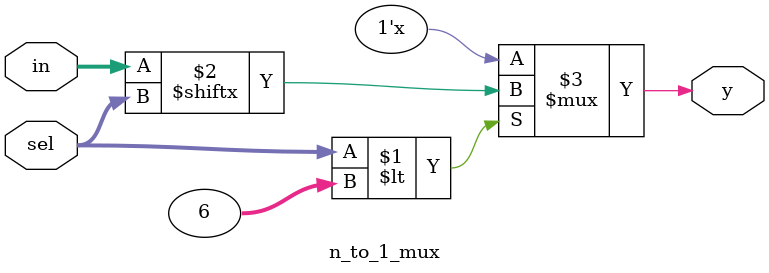
<source format=v>
`timescale 1ns / 1ps

/*
By writing such a parameterized code, we can build any random N-bit MUX using the same verilog code, 
However, in this style of coding, we need to ensure that the select signal value never goes beyond N-1. 
If it goes beyond N-1, we can just assign the output to x.
*/
module n_to_1_mux
    #(parameter N = 6)
    (
        input [N-1:0] in,           //If we have 6 inputs           
        input [$clog2(N)-1:0] sel,  //$clog2(6) is 3, hence we need 3 bit select
        output y
    );
    
    assign y = (sel<N) ? in[sel] : 1'bx; //If sel is less than 6 i.e., 0 to 5.
    

endmodule

</source>
